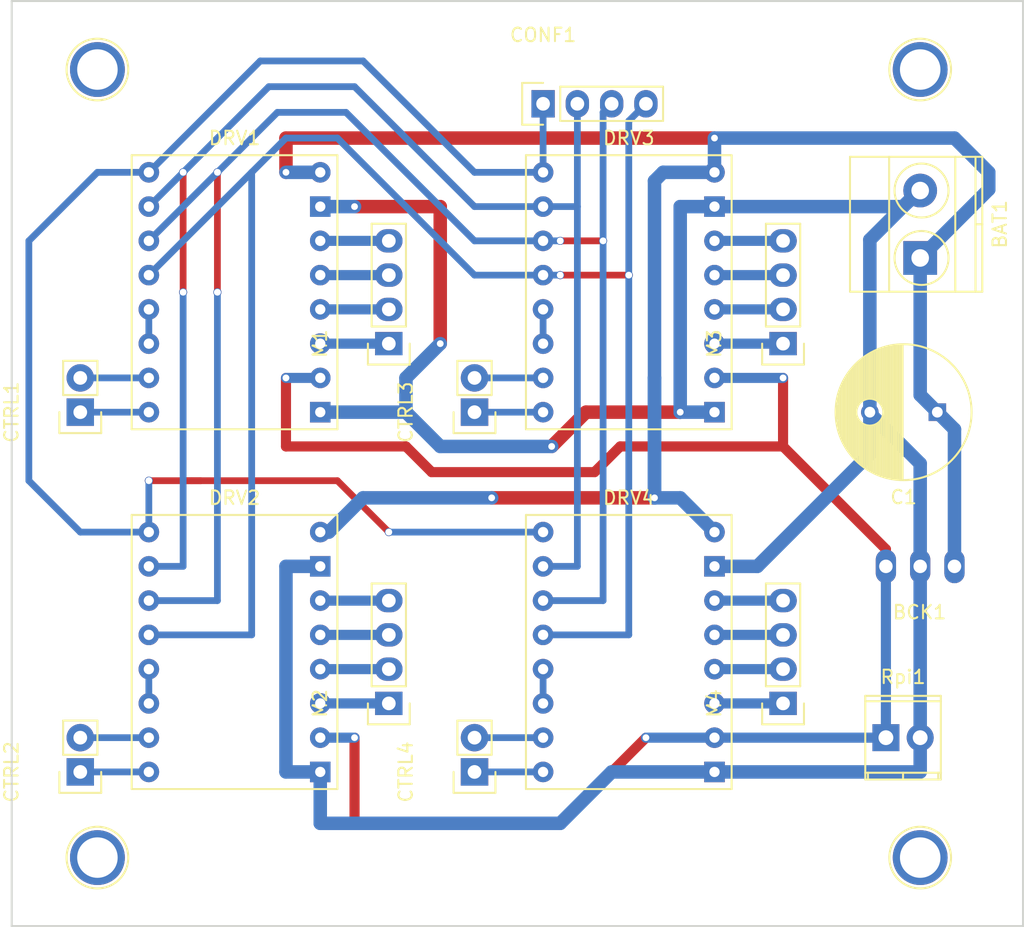
<source format=kicad_pcb>
(kicad_pcb (version 4) (host pcbnew 4.0.5+dfsg1-4)

  (general
    (links 66)
    (no_connects 0)
    (area 85.014999 53.264999 160.095001 121.995001)
    (thickness 1.6)
    (drawings 4)
    (tracks 187)
    (zones 0)
    (modules 21)
    (nets 36)
  )

  (page A4)
  (title_block
    (title "4 stepper drivers")
  )

  (layers
    (0 F.Cu signal)
    (31 B.Cu signal)
    (32 B.Adhes user)
    (33 F.Adhes user)
    (34 B.Paste user)
    (35 F.Paste user)
    (36 B.SilkS user)
    (37 F.SilkS user)
    (38 B.Mask user)
    (39 F.Mask user)
    (40 Dwgs.User user)
    (41 Cmts.User user)
    (42 Eco1.User user)
    (43 Eco2.User user)
    (44 Edge.Cuts user)
    (45 Margin user)
    (46 B.CrtYd user)
    (47 F.CrtYd user)
    (48 B.Fab user)
    (49 F.Fab user)
  )

  (setup
    (last_trace_width 0.5)
    (trace_clearance 0.5)
    (zone_clearance 0.508)
    (zone_45_only no)
    (trace_min 0.2)
    (segment_width 0.2)
    (edge_width 0.15)
    (via_size 0.6)
    (via_drill 0.5)
    (via_min_size 0.4)
    (via_min_drill 0.3)
    (uvia_size 0.3)
    (uvia_drill 0.1)
    (uvias_allowed no)
    (uvia_min_size 0.2)
    (uvia_min_drill 0.1)
    (pcb_text_width 0.3)
    (pcb_text_size 1.5 1.5)
    (mod_edge_width 0.15)
    (mod_text_size 1 1)
    (mod_text_width 0.15)
    (pad_size 4.064 4.064)
    (pad_drill 3)
    (pad_to_mask_clearance 0.2)
    (aux_axis_origin 85.09 121.92)
    (grid_origin 85.09 121.92)
    (visible_elements FFFFFF7F)
    (pcbplotparams
      (layerselection 0x01000_80000001)
      (usegerberextensions false)
      (excludeedgelayer true)
      (linewidth 0.100000)
      (plotframeref false)
      (viasonmask false)
      (mode 1)
      (useauxorigin false)
      (hpglpennumber 1)
      (hpglpenspeed 20)
      (hpglpendiameter 15)
      (hpglpenoverlay 2)
      (psnegative false)
      (psa4output false)
      (plotreference true)
      (plotvalue true)
      (plotinvisibletext false)
      (padsonsilk false)
      (subtractmaskfromsilk false)
      (outputformat 1)
      (mirror false)
      (drillshape 0)
      (scaleselection 1)
      (outputdirectory manufacture/))
  )

  (net 0 "")
  (net 1 "Net-(BAT1-Pad1)")
  (net 2 "Net-(BAT1-Pad2)")
  (net 3 "Net-(BCK1-Pad3)")
  (net 4 /~EN)
  (net 5 /MS1)
  (net 6 /MS2)
  (net 7 /MS3)
  (net 8 "Net-(CTRL1-Pad1)")
  (net 9 "Net-(CTRL1-Pad2)")
  (net 10 "Net-(CTRL2-Pad1)")
  (net 11 "Net-(CTRL2-Pad2)")
  (net 12 "Net-(CTRL3-Pad1)")
  (net 13 "Net-(CTRL3-Pad2)")
  (net 14 "Net-(CTRL4-Pad1)")
  (net 15 "Net-(CTRL4-Pad2)")
  (net 16 "Net-(DRV1-Pad3)")
  (net 17 "Net-(DRV1-Pad4)")
  (net 18 "Net-(DRV1-Pad5)")
  (net 19 "Net-(DRV1-Pad6)")
  (net 20 "Net-(DRV1-Pad13)")
  (net 21 "Net-(DRV2-Pad3)")
  (net 22 "Net-(DRV2-Pad4)")
  (net 23 "Net-(DRV2-Pad5)")
  (net 24 "Net-(DRV2-Pad6)")
  (net 25 "Net-(DRV2-Pad13)")
  (net 26 "Net-(DRV3-Pad3)")
  (net 27 "Net-(DRV3-Pad4)")
  (net 28 "Net-(DRV3-Pad5)")
  (net 29 "Net-(DRV3-Pad6)")
  (net 30 "Net-(DRV3-Pad13)")
  (net 31 "Net-(DRV4-Pad3)")
  (net 32 "Net-(DRV4-Pad4)")
  (net 33 "Net-(DRV4-Pad5)")
  (net 34 "Net-(DRV4-Pad6)")
  (net 35 "Net-(DRV4-Pad13)")

  (net_class Default "This is the default net class."
    (clearance 0.5)
    (trace_width 0.5)
    (via_dia 0.6)
    (via_drill 0.5)
    (uvia_dia 0.3)
    (uvia_drill 0.1)
    (add_net /MS1)
    (add_net /MS2)
    (add_net /MS3)
    (add_net /~EN)
    (add_net "Net-(CTRL1-Pad1)")
    (add_net "Net-(CTRL1-Pad2)")
    (add_net "Net-(CTRL2-Pad1)")
    (add_net "Net-(CTRL2-Pad2)")
    (add_net "Net-(CTRL3-Pad1)")
    (add_net "Net-(CTRL3-Pad2)")
    (add_net "Net-(CTRL4-Pad1)")
    (add_net "Net-(CTRL4-Pad2)")
    (add_net "Net-(DRV1-Pad13)")
    (add_net "Net-(DRV2-Pad13)")
    (add_net "Net-(DRV3-Pad13)")
    (add_net "Net-(DRV4-Pad13)")
  )

  (net_class HighPower ""
    (clearance 0.8)
    (trace_width 1)
    (via_dia 0.6)
    (via_drill 0.5)
    (uvia_dia 0.3)
    (uvia_drill 0.1)
    (add_net "Net-(BAT1-Pad1)")
    (add_net "Net-(BAT1-Pad2)")
  )

  (net_class Power ""
    (clearance 0.8)
    (trace_width 0.75)
    (via_dia 0.6)
    (via_drill 0.5)
    (uvia_dia 0.3)
    (uvia_drill 0.1)
    (add_net "Net-(BCK1-Pad3)")
    (add_net "Net-(DRV1-Pad3)")
    (add_net "Net-(DRV1-Pad4)")
    (add_net "Net-(DRV1-Pad5)")
    (add_net "Net-(DRV1-Pad6)")
    (add_net "Net-(DRV2-Pad3)")
    (add_net "Net-(DRV2-Pad4)")
    (add_net "Net-(DRV2-Pad5)")
    (add_net "Net-(DRV2-Pad6)")
    (add_net "Net-(DRV3-Pad3)")
    (add_net "Net-(DRV3-Pad4)")
    (add_net "Net-(DRV3-Pad5)")
    (add_net "Net-(DRV3-Pad6)")
    (add_net "Net-(DRV4-Pad3)")
    (add_net "Net-(DRV4-Pad4)")
    (add_net "Net-(DRV4-Pad5)")
    (add_net "Net-(DRV4-Pad6)")
  )

  (module myfootprint:Pololu_a4988 (layer F.Cu) (tedit 5971D27B) (tstamp 5977190C)
    (at 130.81 101.6)
    (path /5970947D)
    (fp_text reference DRV4 (at 0 -11.43) (layer F.SilkS)
      (effects (font (size 1 1) (thickness 0.15)))
    )
    (fp_text value POLOLU_A4988 (at 0 -2.54) (layer F.Fab)
      (effects (font (size 1 1) (thickness 0.15)))
    )
    (fp_line (start 7.62 10.16) (end 7.62 -10.16) (layer F.SilkS) (width 0.15))
    (fp_line (start 7.62 -10.16) (end -7.62 -10.16) (layer F.SilkS) (width 0.15))
    (fp_line (start -7.62 -10.16) (end -7.62 10.16) (layer F.SilkS) (width 0.15))
    (fp_line (start -7.62 10.16) (end 7.62 10.16) (layer F.SilkS) (width 0.15))
    (pad 1 thru_hole rect (at 6.35 8.89) (size 1.524 1.524) (drill 0.762) (layers *.Cu *.Mask)
      (net 2 "Net-(BAT1-Pad2)"))
    (pad 2 thru_hole circle (at 6.35 6.35) (size 1.524 1.524) (drill 0.762) (layers *.Cu *.Mask)
      (net 3 "Net-(BCK1-Pad3)"))
    (pad 3 thru_hole circle (at 6.35 3.81) (size 1.524 1.524) (drill 0.762) (layers *.Cu *.Mask)
      (net 31 "Net-(DRV4-Pad3)"))
    (pad 4 thru_hole circle (at 6.35 1.27) (size 1.524 1.524) (drill 0.762) (layers *.Cu *.Mask)
      (net 32 "Net-(DRV4-Pad4)"))
    (pad 5 thru_hole circle (at 6.35 -1.27) (size 1.524 1.524) (drill 0.762) (layers *.Cu *.Mask)
      (net 33 "Net-(DRV4-Pad5)"))
    (pad 6 thru_hole circle (at 6.35 -3.81) (size 1.524 1.524) (drill 0.762) (layers *.Cu *.Mask)
      (net 34 "Net-(DRV4-Pad6)"))
    (pad 7 thru_hole rect (at 6.35 -6.35) (size 1.524 1.524) (drill 0.762) (layers *.Cu *.Mask)
      (net 2 "Net-(BAT1-Pad2)"))
    (pad 8 thru_hole circle (at 6.35 -8.89) (size 1.524 1.524) (drill 0.762) (layers *.Cu *.Mask)
      (net 1 "Net-(BAT1-Pad1)"))
    (pad 9 thru_hole circle (at -6.35 -8.89) (size 1.524 1.524) (drill 0.762) (layers *.Cu *.Mask)
      (net 4 /~EN))
    (pad 10 thru_hole circle (at -6.35 -6.35) (size 1.524 1.524) (drill 0.762) (layers *.Cu *.Mask)
      (net 5 /MS1))
    (pad 11 thru_hole circle (at -6.35 -3.81) (size 1.524 1.524) (drill 0.762) (layers *.Cu *.Mask)
      (net 6 /MS2))
    (pad 12 thru_hole circle (at -6.35 -1.27) (size 1.524 1.524) (drill 0.762) (layers *.Cu *.Mask)
      (net 7 /MS3))
    (pad 13 thru_hole circle (at -6.35 1.27) (size 1.524 1.524) (drill 0.762) (layers *.Cu *.Mask)
      (net 35 "Net-(DRV4-Pad13)"))
    (pad 14 thru_hole circle (at -6.35 3.81) (size 1.524 1.524) (drill 0.762) (layers *.Cu *.Mask)
      (net 35 "Net-(DRV4-Pad13)"))
    (pad 15 thru_hole circle (at -6.35 6.35) (size 1.524 1.524) (drill 0.762) (layers *.Cu *.Mask)
      (net 15 "Net-(CTRL4-Pad2)"))
    (pad 16 thru_hole circle (at -6.35 8.89) (size 1.524 1.524) (drill 0.762) (layers *.Cu *.Mask)
      (net 14 "Net-(CTRL4-Pad1)"))
    (model ${KIPRJMOD}/resources/driver.wrl
      (at (xyz -0.3 -0.4 0.2))
      (scale (xyz 0.393701 0.393701 0.393701))
      (rotate (xyz 0 0 0))
    )
  )

  (module myfootprint:Pololu_a4988 (layer F.Cu) (tedit 5971D27B) (tstamp 597718DC)
    (at 101.6 101.6)
    (path /597092EB)
    (fp_text reference DRV2 (at 0 -11.43) (layer F.SilkS)
      (effects (font (size 1 1) (thickness 0.15)))
    )
    (fp_text value POLOLU_A4988 (at 0 -2.54) (layer F.Fab)
      (effects (font (size 1 1) (thickness 0.15)))
    )
    (fp_line (start 7.62 10.16) (end 7.62 -10.16) (layer F.SilkS) (width 0.15))
    (fp_line (start 7.62 -10.16) (end -7.62 -10.16) (layer F.SilkS) (width 0.15))
    (fp_line (start -7.62 -10.16) (end -7.62 10.16) (layer F.SilkS) (width 0.15))
    (fp_line (start -7.62 10.16) (end 7.62 10.16) (layer F.SilkS) (width 0.15))
    (pad 1 thru_hole rect (at 6.35 8.89) (size 1.524 1.524) (drill 0.762) (layers *.Cu *.Mask)
      (net 2 "Net-(BAT1-Pad2)"))
    (pad 2 thru_hole circle (at 6.35 6.35) (size 1.524 1.524) (drill 0.762) (layers *.Cu *.Mask)
      (net 3 "Net-(BCK1-Pad3)"))
    (pad 3 thru_hole circle (at 6.35 3.81) (size 1.524 1.524) (drill 0.762) (layers *.Cu *.Mask)
      (net 21 "Net-(DRV2-Pad3)"))
    (pad 4 thru_hole circle (at 6.35 1.27) (size 1.524 1.524) (drill 0.762) (layers *.Cu *.Mask)
      (net 22 "Net-(DRV2-Pad4)"))
    (pad 5 thru_hole circle (at 6.35 -1.27) (size 1.524 1.524) (drill 0.762) (layers *.Cu *.Mask)
      (net 23 "Net-(DRV2-Pad5)"))
    (pad 6 thru_hole circle (at 6.35 -3.81) (size 1.524 1.524) (drill 0.762) (layers *.Cu *.Mask)
      (net 24 "Net-(DRV2-Pad6)"))
    (pad 7 thru_hole rect (at 6.35 -6.35) (size 1.524 1.524) (drill 0.762) (layers *.Cu *.Mask)
      (net 2 "Net-(BAT1-Pad2)"))
    (pad 8 thru_hole circle (at 6.35 -8.89) (size 1.524 1.524) (drill 0.762) (layers *.Cu *.Mask)
      (net 1 "Net-(BAT1-Pad1)"))
    (pad 9 thru_hole circle (at -6.35 -8.89) (size 1.524 1.524) (drill 0.762) (layers *.Cu *.Mask)
      (net 4 /~EN))
    (pad 10 thru_hole circle (at -6.35 -6.35) (size 1.524 1.524) (drill 0.762) (layers *.Cu *.Mask)
      (net 5 /MS1))
    (pad 11 thru_hole circle (at -6.35 -3.81) (size 1.524 1.524) (drill 0.762) (layers *.Cu *.Mask)
      (net 6 /MS2))
    (pad 12 thru_hole circle (at -6.35 -1.27) (size 1.524 1.524) (drill 0.762) (layers *.Cu *.Mask)
      (net 7 /MS3))
    (pad 13 thru_hole circle (at -6.35 1.27) (size 1.524 1.524) (drill 0.762) (layers *.Cu *.Mask)
      (net 25 "Net-(DRV2-Pad13)"))
    (pad 14 thru_hole circle (at -6.35 3.81) (size 1.524 1.524) (drill 0.762) (layers *.Cu *.Mask)
      (net 25 "Net-(DRV2-Pad13)"))
    (pad 15 thru_hole circle (at -6.35 6.35) (size 1.524 1.524) (drill 0.762) (layers *.Cu *.Mask)
      (net 11 "Net-(CTRL2-Pad2)"))
    (pad 16 thru_hole circle (at -6.35 8.89) (size 1.524 1.524) (drill 0.762) (layers *.Cu *.Mask)
      (net 10 "Net-(CTRL2-Pad1)"))
    (model ${KIPRJMOD}/resources/driver.wrl
      (at (xyz -0.3 -0.4 0.2))
      (scale (xyz 0.393701 0.393701 0.393701))
      (rotate (xyz 0 0 0))
    )
  )

  (module myfootprint:Pololu_a4988 (layer F.Cu) (tedit 5971D27B) (tstamp 597718C4)
    (at 101.6 74.93)
    (path /5970925C)
    (fp_text reference DRV1 (at 0 -11.43) (layer F.SilkS)
      (effects (font (size 1 1) (thickness 0.15)))
    )
    (fp_text value POLOLU_A4988 (at 0 -2.54) (layer F.Fab)
      (effects (font (size 1 1) (thickness 0.15)))
    )
    (fp_line (start 7.62 10.16) (end 7.62 -10.16) (layer F.SilkS) (width 0.15))
    (fp_line (start 7.62 -10.16) (end -7.62 -10.16) (layer F.SilkS) (width 0.15))
    (fp_line (start -7.62 -10.16) (end -7.62 10.16) (layer F.SilkS) (width 0.15))
    (fp_line (start -7.62 10.16) (end 7.62 10.16) (layer F.SilkS) (width 0.15))
    (pad 1 thru_hole rect (at 6.35 8.89) (size 1.524 1.524) (drill 0.762) (layers *.Cu *.Mask)
      (net 2 "Net-(BAT1-Pad2)"))
    (pad 2 thru_hole circle (at 6.35 6.35) (size 1.524 1.524) (drill 0.762) (layers *.Cu *.Mask)
      (net 3 "Net-(BCK1-Pad3)"))
    (pad 3 thru_hole circle (at 6.35 3.81) (size 1.524 1.524) (drill 0.762) (layers *.Cu *.Mask)
      (net 16 "Net-(DRV1-Pad3)"))
    (pad 4 thru_hole circle (at 6.35 1.27) (size 1.524 1.524) (drill 0.762) (layers *.Cu *.Mask)
      (net 17 "Net-(DRV1-Pad4)"))
    (pad 5 thru_hole circle (at 6.35 -1.27) (size 1.524 1.524) (drill 0.762) (layers *.Cu *.Mask)
      (net 18 "Net-(DRV1-Pad5)"))
    (pad 6 thru_hole circle (at 6.35 -3.81) (size 1.524 1.524) (drill 0.762) (layers *.Cu *.Mask)
      (net 19 "Net-(DRV1-Pad6)"))
    (pad 7 thru_hole rect (at 6.35 -6.35) (size 1.524 1.524) (drill 0.762) (layers *.Cu *.Mask)
      (net 2 "Net-(BAT1-Pad2)"))
    (pad 8 thru_hole circle (at 6.35 -8.89) (size 1.524 1.524) (drill 0.762) (layers *.Cu *.Mask)
      (net 1 "Net-(BAT1-Pad1)"))
    (pad 9 thru_hole circle (at -6.35 -8.89) (size 1.524 1.524) (drill 0.762) (layers *.Cu *.Mask)
      (net 4 /~EN))
    (pad 10 thru_hole circle (at -6.35 -6.35) (size 1.524 1.524) (drill 0.762) (layers *.Cu *.Mask)
      (net 5 /MS1))
    (pad 11 thru_hole circle (at -6.35 -3.81) (size 1.524 1.524) (drill 0.762) (layers *.Cu *.Mask)
      (net 6 /MS2))
    (pad 12 thru_hole circle (at -6.35 -1.27) (size 1.524 1.524) (drill 0.762) (layers *.Cu *.Mask)
      (net 7 /MS3))
    (pad 13 thru_hole circle (at -6.35 1.27) (size 1.524 1.524) (drill 0.762) (layers *.Cu *.Mask)
      (net 20 "Net-(DRV1-Pad13)"))
    (pad 14 thru_hole circle (at -6.35 3.81) (size 1.524 1.524) (drill 0.762) (layers *.Cu *.Mask)
      (net 20 "Net-(DRV1-Pad13)"))
    (pad 15 thru_hole circle (at -6.35 6.35) (size 1.524 1.524) (drill 0.762) (layers *.Cu *.Mask)
      (net 9 "Net-(CTRL1-Pad2)"))
    (pad 16 thru_hole circle (at -6.35 8.89) (size 1.524 1.524) (drill 0.762) (layers *.Cu *.Mask)
      (net 8 "Net-(CTRL1-Pad1)"))
    (model ${KIPRJMOD}/resources/driver.wrl
      (at (xyz -0.3 -0.4 0.2))
      (scale (xyz 0.393701 0.393701 0.393701))
      (rotate (xyz 0 0 0))
    )
  )

  (module Terminal_Blocks:TerminalBlock_Pheonix_MKDS1.5-2pol (layer F.Cu) (tedit 563007E4) (tstamp 59771813)
    (at 152.4 72.39 90)
    (descr "2-way 5mm pitch terminal block, Phoenix MKDS series")
    (path /5971BFDB)
    (fp_text reference BAT1 (at 2.5 5.9 90) (layer F.SilkS)
      (effects (font (size 1 1) (thickness 0.15)))
    )
    (fp_text value Battery_Terminal (at 2.5 -6.6 90) (layer F.Fab)
      (effects (font (size 1 1) (thickness 0.15)))
    )
    (fp_line (start -2.7 -5.4) (end 7.7 -5.4) (layer F.CrtYd) (width 0.05))
    (fp_line (start -2.7 4.8) (end -2.7 -5.4) (layer F.CrtYd) (width 0.05))
    (fp_line (start 7.7 4.8) (end -2.7 4.8) (layer F.CrtYd) (width 0.05))
    (fp_line (start 7.7 -5.4) (end 7.7 4.8) (layer F.CrtYd) (width 0.05))
    (fp_line (start 2.5 4.1) (end 2.5 4.6) (layer F.SilkS) (width 0.15))
    (fp_circle (center 5 0.1) (end 3 0.1) (layer F.SilkS) (width 0.15))
    (fp_circle (center 0 0.1) (end 2 0.1) (layer F.SilkS) (width 0.15))
    (fp_line (start -2.5 2.6) (end 7.5 2.6) (layer F.SilkS) (width 0.15))
    (fp_line (start -2.5 -2.3) (end 7.5 -2.3) (layer F.SilkS) (width 0.15))
    (fp_line (start -2.5 4.1) (end 7.5 4.1) (layer F.SilkS) (width 0.15))
    (fp_line (start -2.5 4.6) (end 7.5 4.6) (layer F.SilkS) (width 0.15))
    (fp_line (start 7.5 4.6) (end 7.5 -5.2) (layer F.SilkS) (width 0.15))
    (fp_line (start 7.5 -5.2) (end -2.5 -5.2) (layer F.SilkS) (width 0.15))
    (fp_line (start -2.5 -5.2) (end -2.5 4.6) (layer F.SilkS) (width 0.15))
    (pad 1 thru_hole rect (at 0 0 90) (size 2.5 2.5) (drill 1.3) (layers *.Cu *.Mask)
      (net 1 "Net-(BAT1-Pad1)"))
    (pad 2 thru_hole circle (at 5 0 90) (size 2.5 2.5) (drill 1.3) (layers *.Cu *.Mask)
      (net 2 "Net-(BAT1-Pad2)"))
    (model Terminal_Blocks.3dshapes/TerminalBlock_Pheonix_MKDS1.5-2pol.wrl
      (at (xyz 0.0984 0 0))
      (scale (xyz 1 1 1))
      (rotate (xyz 0 0 0))
    )
  )

  (module TO_SOT_Packages_THT:TO-220_Neutral123_PadsOnly (layer F.Cu) (tedit 0) (tstamp 5977181A)
    (at 152.4 95.25 180)
    (path /5970A1D1)
    (fp_text reference BCK1 (at 0.0508 -3.40106 180) (layer F.SilkS)
      (effects (font (size 1 1) (thickness 0.15)))
    )
    (fp_text value TSR_1-2450 (at -0.20066 3.2512 180) (layer F.Fab)
      (effects (font (size 1 1) (thickness 0.15)))
    )
    (pad 2 thru_hole oval (at 0 0 270) (size 2.49936 1.50114) (drill 1.00076) (layers *.Cu *.Mask)
      (net 2 "Net-(BAT1-Pad2)"))
    (pad 1 thru_hole oval (at -2.54 0 270) (size 2.49936 1.50114) (drill 1.00076) (layers *.Cu *.Mask)
      (net 1 "Net-(BAT1-Pad1)"))
    (pad 3 thru_hole oval (at 2.54 0 270) (size 2.49936 1.50114) (drill 1.00076) (layers *.Cu *.Mask)
      (net 3 "Net-(BCK1-Pad3)"))
    (model TO_SOT_Packages_THT.3dshapes/TO-220_Neutral123_PadsOnly.wrl
      (at (xyz 0 0 0))
      (scale (xyz 0.3937 0.3937 0.3937))
      (rotate (xyz 0 0 0))
    )
  )

  (module Capacitors_ThroughHole:C_Radial_D10_L16_P5 (layer F.Cu) (tedit 0) (tstamp 59771855)
    (at 153.67 83.82 180)
    (descr "Radial Electrolytic Capacitor 10mm x Length 16mm, Pitch 5mm")
    (tags "Electrolytic Capacitor")
    (path /5971CB44)
    (fp_text reference C1 (at 2.5 -6.3 180) (layer F.SilkS)
      (effects (font (size 1 1) (thickness 0.15)))
    )
    (fp_text value "> 47 µF" (at 2.5 6.3 180) (layer F.Fab)
      (effects (font (size 1 1) (thickness 0.15)))
    )
    (fp_line (start 2.575 -4.999) (end 2.575 4.999) (layer F.SilkS) (width 0.15))
    (fp_line (start 2.715 -4.995) (end 2.715 4.995) (layer F.SilkS) (width 0.15))
    (fp_line (start 2.855 -4.987) (end 2.855 4.987) (layer F.SilkS) (width 0.15))
    (fp_line (start 2.995 -4.975) (end 2.995 4.975) (layer F.SilkS) (width 0.15))
    (fp_line (start 3.135 -4.96) (end 3.135 4.96) (layer F.SilkS) (width 0.15))
    (fp_line (start 3.275 -4.94) (end 3.275 4.94) (layer F.SilkS) (width 0.15))
    (fp_line (start 3.415 -4.916) (end 3.415 4.916) (layer F.SilkS) (width 0.15))
    (fp_line (start 3.555 -4.887) (end 3.555 4.887) (layer F.SilkS) (width 0.15))
    (fp_line (start 3.695 -4.855) (end 3.695 4.855) (layer F.SilkS) (width 0.15))
    (fp_line (start 3.835 -4.818) (end 3.835 4.818) (layer F.SilkS) (width 0.15))
    (fp_line (start 3.975 -4.777) (end 3.975 4.777) (layer F.SilkS) (width 0.15))
    (fp_line (start 4.115 -4.732) (end 4.115 -0.466) (layer F.SilkS) (width 0.15))
    (fp_line (start 4.115 0.466) (end 4.115 4.732) (layer F.SilkS) (width 0.15))
    (fp_line (start 4.255 -4.682) (end 4.255 -0.667) (layer F.SilkS) (width 0.15))
    (fp_line (start 4.255 0.667) (end 4.255 4.682) (layer F.SilkS) (width 0.15))
    (fp_line (start 4.395 -4.627) (end 4.395 -0.796) (layer F.SilkS) (width 0.15))
    (fp_line (start 4.395 0.796) (end 4.395 4.627) (layer F.SilkS) (width 0.15))
    (fp_line (start 4.535 -4.567) (end 4.535 -0.885) (layer F.SilkS) (width 0.15))
    (fp_line (start 4.535 0.885) (end 4.535 4.567) (layer F.SilkS) (width 0.15))
    (fp_line (start 4.675 -4.502) (end 4.675 -0.946) (layer F.SilkS) (width 0.15))
    (fp_line (start 4.675 0.946) (end 4.675 4.502) (layer F.SilkS) (width 0.15))
    (fp_line (start 4.815 -4.432) (end 4.815 -0.983) (layer F.SilkS) (width 0.15))
    (fp_line (start 4.815 0.983) (end 4.815 4.432) (layer F.SilkS) (width 0.15))
    (fp_line (start 4.955 -4.356) (end 4.955 -0.999) (layer F.SilkS) (width 0.15))
    (fp_line (start 4.955 0.999) (end 4.955 4.356) (layer F.SilkS) (width 0.15))
    (fp_line (start 5.095 -4.274) (end 5.095 -0.995) (layer F.SilkS) (width 0.15))
    (fp_line (start 5.095 0.995) (end 5.095 4.274) (layer F.SilkS) (width 0.15))
    (fp_line (start 5.235 -4.186) (end 5.235 -0.972) (layer F.SilkS) (width 0.15))
    (fp_line (start 5.235 0.972) (end 5.235 4.186) (layer F.SilkS) (width 0.15))
    (fp_line (start 5.375 -4.091) (end 5.375 -0.927) (layer F.SilkS) (width 0.15))
    (fp_line (start 5.375 0.927) (end 5.375 4.091) (layer F.SilkS) (width 0.15))
    (fp_line (start 5.515 -3.989) (end 5.515 -0.857) (layer F.SilkS) (width 0.15))
    (fp_line (start 5.515 0.857) (end 5.515 3.989) (layer F.SilkS) (width 0.15))
    (fp_line (start 5.655 -3.879) (end 5.655 -0.756) (layer F.SilkS) (width 0.15))
    (fp_line (start 5.655 0.756) (end 5.655 3.879) (layer F.SilkS) (width 0.15))
    (fp_line (start 5.795 -3.761) (end 5.795 -0.607) (layer F.SilkS) (width 0.15))
    (fp_line (start 5.795 0.607) (end 5.795 3.761) (layer F.SilkS) (width 0.15))
    (fp_line (start 5.935 -3.633) (end 5.935 -0.355) (layer F.SilkS) (width 0.15))
    (fp_line (start 5.935 0.355) (end 5.935 3.633) (layer F.SilkS) (width 0.15))
    (fp_line (start 6.075 -3.496) (end 6.075 3.496) (layer F.SilkS) (width 0.15))
    (fp_line (start 6.215 -3.346) (end 6.215 3.346) (layer F.SilkS) (width 0.15))
    (fp_line (start 6.355 -3.184) (end 6.355 3.184) (layer F.SilkS) (width 0.15))
    (fp_line (start 6.495 -3.007) (end 6.495 3.007) (layer F.SilkS) (width 0.15))
    (fp_line (start 6.635 -2.811) (end 6.635 2.811) (layer F.SilkS) (width 0.15))
    (fp_line (start 6.775 -2.593) (end 6.775 2.593) (layer F.SilkS) (width 0.15))
    (fp_line (start 6.915 -2.347) (end 6.915 2.347) (layer F.SilkS) (width 0.15))
    (fp_line (start 7.055 -2.062) (end 7.055 2.062) (layer F.SilkS) (width 0.15))
    (fp_line (start 7.195 -1.72) (end 7.195 1.72) (layer F.SilkS) (width 0.15))
    (fp_line (start 7.335 -1.274) (end 7.335 1.274) (layer F.SilkS) (width 0.15))
    (fp_line (start 7.475 -0.499) (end 7.475 0.499) (layer F.SilkS) (width 0.15))
    (fp_circle (center 5 0) (end 5 -1) (layer F.SilkS) (width 0.15))
    (fp_circle (center 2.5 0) (end 2.5 -5.0375) (layer F.SilkS) (width 0.15))
    (fp_circle (center 2.5 0) (end 2.5 -5.3) (layer F.CrtYd) (width 0.05))
    (pad 1 thru_hole rect (at 0 0 180) (size 1.3 1.3) (drill 0.8) (layers *.Cu *.Mask)
      (net 1 "Net-(BAT1-Pad1)"))
    (pad 2 thru_hole circle (at 5 0 180) (size 1.3 1.3) (drill 0.8) (layers *.Cu *.Mask)
      (net 2 "Net-(BAT1-Pad2)"))
    (model Capacitors_ThroughHole.3dshapes/C_Radial_D10_L16_P5.wrl
      (at (xyz 0.0984252 0 0))
      (scale (xyz 1 1 1))
      (rotate (xyz 0 0 90))
    )
  )

  (module Socket_Strips:Socket_Strip_Straight_1x04 (layer F.Cu) (tedit 0) (tstamp 59771868)
    (at 124.46 60.96)
    (descr "Through hole socket strip")
    (tags "socket strip")
    (path /5970E7E5)
    (fp_text reference CONF1 (at 0 -5.1) (layer F.SilkS)
      (effects (font (size 1 1) (thickness 0.15)))
    )
    (fp_text value CONN_01X04 (at 0 -3.1) (layer F.Fab)
      (effects (font (size 1 1) (thickness 0.15)))
    )
    (fp_line (start -1.75 -1.75) (end -1.75 1.75) (layer F.CrtYd) (width 0.05))
    (fp_line (start 9.4 -1.75) (end 9.4 1.75) (layer F.CrtYd) (width 0.05))
    (fp_line (start -1.75 -1.75) (end 9.4 -1.75) (layer F.CrtYd) (width 0.05))
    (fp_line (start -1.75 1.75) (end 9.4 1.75) (layer F.CrtYd) (width 0.05))
    (fp_line (start 1.27 -1.27) (end 8.89 -1.27) (layer F.SilkS) (width 0.15))
    (fp_line (start 1.27 1.27) (end 8.89 1.27) (layer F.SilkS) (width 0.15))
    (fp_line (start -1.55 1.55) (end 0 1.55) (layer F.SilkS) (width 0.15))
    (fp_line (start 8.89 -1.27) (end 8.89 1.27) (layer F.SilkS) (width 0.15))
    (fp_line (start 1.27 1.27) (end 1.27 -1.27) (layer F.SilkS) (width 0.15))
    (fp_line (start 0 -1.55) (end -1.55 -1.55) (layer F.SilkS) (width 0.15))
    (fp_line (start -1.55 -1.55) (end -1.55 1.55) (layer F.SilkS) (width 0.15))
    (pad 1 thru_hole rect (at 0 0) (size 1.7272 2.032) (drill 1.016) (layers *.Cu *.Mask)
      (net 4 /~EN))
    (pad 2 thru_hole oval (at 2.54 0) (size 1.7272 2.032) (drill 1.016) (layers *.Cu *.Mask)
      (net 5 /MS1))
    (pad 3 thru_hole oval (at 5.08 0) (size 1.7272 2.032) (drill 1.016) (layers *.Cu *.Mask)
      (net 6 /MS2))
    (pad 4 thru_hole oval (at 7.62 0) (size 1.7272 2.032) (drill 1.016) (layers *.Cu *.Mask)
      (net 7 /MS3))
    (model Socket_Strips.3dshapes/Socket_Strip_Straight_1x04.wrl
      (at (xyz 0.15 0 0))
      (scale (xyz 1 1 1))
      (rotate (xyz 0 0 180))
    )
  )

  (module Socket_Strips:Socket_Strip_Straight_1x02 (layer F.Cu) (tedit 54E9F75E) (tstamp 59771879)
    (at 90.17 83.82 90)
    (descr "Through hole socket strip")
    (tags "socket strip")
    (path /5970DC96)
    (fp_text reference CTRL1 (at 0 -5.1 90) (layer F.SilkS)
      (effects (font (size 1 1) (thickness 0.15)))
    )
    (fp_text value CONN_01X02 (at 0 -3.1 90) (layer F.Fab)
      (effects (font (size 1 1) (thickness 0.15)))
    )
    (fp_line (start -1.55 1.55) (end 0 1.55) (layer F.SilkS) (width 0.15))
    (fp_line (start 3.81 1.27) (end 1.27 1.27) (layer F.SilkS) (width 0.15))
    (fp_line (start -1.75 -1.75) (end -1.75 1.75) (layer F.CrtYd) (width 0.05))
    (fp_line (start 4.3 -1.75) (end 4.3 1.75) (layer F.CrtYd) (width 0.05))
    (fp_line (start -1.75 -1.75) (end 4.3 -1.75) (layer F.CrtYd) (width 0.05))
    (fp_line (start -1.75 1.75) (end 4.3 1.75) (layer F.CrtYd) (width 0.05))
    (fp_line (start 1.27 1.27) (end 1.27 -1.27) (layer F.SilkS) (width 0.15))
    (fp_line (start 0 -1.55) (end -1.55 -1.55) (layer F.SilkS) (width 0.15))
    (fp_line (start -1.55 -1.55) (end -1.55 1.55) (layer F.SilkS) (width 0.15))
    (fp_line (start 1.27 -1.27) (end 3.81 -1.27) (layer F.SilkS) (width 0.15))
    (fp_line (start 3.81 -1.27) (end 3.81 1.27) (layer F.SilkS) (width 0.15))
    (pad 1 thru_hole rect (at 0 0 90) (size 2.032 2.032) (drill 1.016) (layers *.Cu *.Mask)
      (net 8 "Net-(CTRL1-Pad1)"))
    (pad 2 thru_hole oval (at 2.54 0 90) (size 2.032 2.032) (drill 1.016) (layers *.Cu *.Mask)
      (net 9 "Net-(CTRL1-Pad2)"))
    (model Socket_Strips.3dshapes/Socket_Strip_Straight_1x02.wrl
      (at (xyz 0.05 0 0))
      (scale (xyz 1 1 1))
      (rotate (xyz 0 0 180))
    )
  )

  (module Socket_Strips:Socket_Strip_Straight_1x02 (layer F.Cu) (tedit 54E9F75E) (tstamp 5977188A)
    (at 90.17 110.49 90)
    (descr "Through hole socket strip")
    (tags "socket strip")
    (path /5970DDC5)
    (fp_text reference CTRL2 (at 0 -5.1 90) (layer F.SilkS)
      (effects (font (size 1 1) (thickness 0.15)))
    )
    (fp_text value CONN_01X02 (at 0 -3.1 90) (layer F.Fab)
      (effects (font (size 1 1) (thickness 0.15)))
    )
    (fp_line (start -1.55 1.55) (end 0 1.55) (layer F.SilkS) (width 0.15))
    (fp_line (start 3.81 1.27) (end 1.27 1.27) (layer F.SilkS) (width 0.15))
    (fp_line (start -1.75 -1.75) (end -1.75 1.75) (layer F.CrtYd) (width 0.05))
    (fp_line (start 4.3 -1.75) (end 4.3 1.75) (layer F.CrtYd) (width 0.05))
    (fp_line (start -1.75 -1.75) (end 4.3 -1.75) (layer F.CrtYd) (width 0.05))
    (fp_line (start -1.75 1.75) (end 4.3 1.75) (layer F.CrtYd) (width 0.05))
    (fp_line (start 1.27 1.27) (end 1.27 -1.27) (layer F.SilkS) (width 0.15))
    (fp_line (start 0 -1.55) (end -1.55 -1.55) (layer F.SilkS) (width 0.15))
    (fp_line (start -1.55 -1.55) (end -1.55 1.55) (layer F.SilkS) (width 0.15))
    (fp_line (start 1.27 -1.27) (end 3.81 -1.27) (layer F.SilkS) (width 0.15))
    (fp_line (start 3.81 -1.27) (end 3.81 1.27) (layer F.SilkS) (width 0.15))
    (pad 1 thru_hole rect (at 0 0 90) (size 2.032 2.032) (drill 1.016) (layers *.Cu *.Mask)
      (net 10 "Net-(CTRL2-Pad1)"))
    (pad 2 thru_hole oval (at 2.54 0 90) (size 2.032 2.032) (drill 1.016) (layers *.Cu *.Mask)
      (net 11 "Net-(CTRL2-Pad2)"))
    (model Socket_Strips.3dshapes/Socket_Strip_Straight_1x02.wrl
      (at (xyz 0.05 0 0))
      (scale (xyz 1 1 1))
      (rotate (xyz 0 0 180))
    )
  )

  (module Socket_Strips:Socket_Strip_Straight_1x02 (layer F.Cu) (tedit 54E9F75E) (tstamp 5977189B)
    (at 119.38 83.82 90)
    (descr "Through hole socket strip")
    (tags "socket strip")
    (path /5970DE2E)
    (fp_text reference CTRL3 (at 0 -5.1 90) (layer F.SilkS)
      (effects (font (size 1 1) (thickness 0.15)))
    )
    (fp_text value CONN_01X02 (at 0 -3.1 90) (layer F.Fab)
      (effects (font (size 1 1) (thickness 0.15)))
    )
    (fp_line (start -1.55 1.55) (end 0 1.55) (layer F.SilkS) (width 0.15))
    (fp_line (start 3.81 1.27) (end 1.27 1.27) (layer F.SilkS) (width 0.15))
    (fp_line (start -1.75 -1.75) (end -1.75 1.75) (layer F.CrtYd) (width 0.05))
    (fp_line (start 4.3 -1.75) (end 4.3 1.75) (layer F.CrtYd) (width 0.05))
    (fp_line (start -1.75 -1.75) (end 4.3 -1.75) (layer F.CrtYd) (width 0.05))
    (fp_line (start -1.75 1.75) (end 4.3 1.75) (layer F.CrtYd) (width 0.05))
    (fp_line (start 1.27 1.27) (end 1.27 -1.27) (layer F.SilkS) (width 0.15))
    (fp_line (start 0 -1.55) (end -1.55 -1.55) (layer F.SilkS) (width 0.15))
    (fp_line (start -1.55 -1.55) (end -1.55 1.55) (layer F.SilkS) (width 0.15))
    (fp_line (start 1.27 -1.27) (end 3.81 -1.27) (layer F.SilkS) (width 0.15))
    (fp_line (start 3.81 -1.27) (end 3.81 1.27) (layer F.SilkS) (width 0.15))
    (pad 1 thru_hole rect (at 0 0 90) (size 2.032 2.032) (drill 1.016) (layers *.Cu *.Mask)
      (net 12 "Net-(CTRL3-Pad1)"))
    (pad 2 thru_hole oval (at 2.54 0 90) (size 2.032 2.032) (drill 1.016) (layers *.Cu *.Mask)
      (net 13 "Net-(CTRL3-Pad2)"))
    (model Socket_Strips.3dshapes/Socket_Strip_Straight_1x02.wrl
      (at (xyz 0.05 0 0))
      (scale (xyz 1 1 1))
      (rotate (xyz 0 0 180))
    )
  )

  (module Socket_Strips:Socket_Strip_Straight_1x02 (layer F.Cu) (tedit 54E9F75E) (tstamp 597718AC)
    (at 119.38 110.49 90)
    (descr "Through hole socket strip")
    (tags "socket strip")
    (path /5970DFEB)
    (fp_text reference CTRL4 (at 0 -5.1 90) (layer F.SilkS)
      (effects (font (size 1 1) (thickness 0.15)))
    )
    (fp_text value CONN_01X02 (at 0 -3.1 90) (layer F.Fab)
      (effects (font (size 1 1) (thickness 0.15)))
    )
    (fp_line (start -1.55 1.55) (end 0 1.55) (layer F.SilkS) (width 0.15))
    (fp_line (start 3.81 1.27) (end 1.27 1.27) (layer F.SilkS) (width 0.15))
    (fp_line (start -1.75 -1.75) (end -1.75 1.75) (layer F.CrtYd) (width 0.05))
    (fp_line (start 4.3 -1.75) (end 4.3 1.75) (layer F.CrtYd) (width 0.05))
    (fp_line (start -1.75 -1.75) (end 4.3 -1.75) (layer F.CrtYd) (width 0.05))
    (fp_line (start -1.75 1.75) (end 4.3 1.75) (layer F.CrtYd) (width 0.05))
    (fp_line (start 1.27 1.27) (end 1.27 -1.27) (layer F.SilkS) (width 0.15))
    (fp_line (start 0 -1.55) (end -1.55 -1.55) (layer F.SilkS) (width 0.15))
    (fp_line (start -1.55 -1.55) (end -1.55 1.55) (layer F.SilkS) (width 0.15))
    (fp_line (start 1.27 -1.27) (end 3.81 -1.27) (layer F.SilkS) (width 0.15))
    (fp_line (start 3.81 -1.27) (end 3.81 1.27) (layer F.SilkS) (width 0.15))
    (pad 1 thru_hole rect (at 0 0 90) (size 2.032 2.032) (drill 1.016) (layers *.Cu *.Mask)
      (net 14 "Net-(CTRL4-Pad1)"))
    (pad 2 thru_hole oval (at 2.54 0 90) (size 2.032 2.032) (drill 1.016) (layers *.Cu *.Mask)
      (net 15 "Net-(CTRL4-Pad2)"))
    (model Socket_Strips.3dshapes/Socket_Strip_Straight_1x02.wrl
      (at (xyz 0.05 0 0))
      (scale (xyz 1 1 1))
      (rotate (xyz 0 0 180))
    )
  )

  (module myfootprint:Pololu_a4988 (layer F.Cu) (tedit 5971D27B) (tstamp 597718F4)
    (at 130.81 74.93)
    (path /59709408)
    (fp_text reference DRV3 (at 0 -11.43) (layer F.SilkS)
      (effects (font (size 1 1) (thickness 0.15)))
    )
    (fp_text value POLOLU_A4988 (at 0 -2.54) (layer F.Fab)
      (effects (font (size 1 1) (thickness 0.15)))
    )
    (fp_line (start 7.62 10.16) (end 7.62 -10.16) (layer F.SilkS) (width 0.15))
    (fp_line (start 7.62 -10.16) (end -7.62 -10.16) (layer F.SilkS) (width 0.15))
    (fp_line (start -7.62 -10.16) (end -7.62 10.16) (layer F.SilkS) (width 0.15))
    (fp_line (start -7.62 10.16) (end 7.62 10.16) (layer F.SilkS) (width 0.15))
    (pad 1 thru_hole rect (at 6.35 8.89) (size 1.524 1.524) (drill 0.762) (layers *.Cu *.Mask)
      (net 2 "Net-(BAT1-Pad2)"))
    (pad 2 thru_hole circle (at 6.35 6.35) (size 1.524 1.524) (drill 0.762) (layers *.Cu *.Mask)
      (net 3 "Net-(BCK1-Pad3)"))
    (pad 3 thru_hole circle (at 6.35 3.81) (size 1.524 1.524) (drill 0.762) (layers *.Cu *.Mask)
      (net 26 "Net-(DRV3-Pad3)"))
    (pad 4 thru_hole circle (at 6.35 1.27) (size 1.524 1.524) (drill 0.762) (layers *.Cu *.Mask)
      (net 27 "Net-(DRV3-Pad4)"))
    (pad 5 thru_hole circle (at 6.35 -1.27) (size 1.524 1.524) (drill 0.762) (layers *.Cu *.Mask)
      (net 28 "Net-(DRV3-Pad5)"))
    (pad 6 thru_hole circle (at 6.35 -3.81) (size 1.524 1.524) (drill 0.762) (layers *.Cu *.Mask)
      (net 29 "Net-(DRV3-Pad6)"))
    (pad 7 thru_hole rect (at 6.35 -6.35) (size 1.524 1.524) (drill 0.762) (layers *.Cu *.Mask)
      (net 2 "Net-(BAT1-Pad2)"))
    (pad 8 thru_hole circle (at 6.35 -8.89) (size 1.524 1.524) (drill 0.762) (layers *.Cu *.Mask)
      (net 1 "Net-(BAT1-Pad1)"))
    (pad 9 thru_hole circle (at -6.35 -8.89) (size 1.524 1.524) (drill 0.762) (layers *.Cu *.Mask)
      (net 4 /~EN))
    (pad 10 thru_hole circle (at -6.35 -6.35) (size 1.524 1.524) (drill 0.762) (layers *.Cu *.Mask)
      (net 5 /MS1))
    (pad 11 thru_hole circle (at -6.35 -3.81) (size 1.524 1.524) (drill 0.762) (layers *.Cu *.Mask)
      (net 6 /MS2))
    (pad 12 thru_hole circle (at -6.35 -1.27) (size 1.524 1.524) (drill 0.762) (layers *.Cu *.Mask)
      (net 7 /MS3))
    (pad 13 thru_hole circle (at -6.35 1.27) (size 1.524 1.524) (drill 0.762) (layers *.Cu *.Mask)
      (net 30 "Net-(DRV3-Pad13)"))
    (pad 14 thru_hole circle (at -6.35 3.81) (size 1.524 1.524) (drill 0.762) (layers *.Cu *.Mask)
      (net 30 "Net-(DRV3-Pad13)"))
    (pad 15 thru_hole circle (at -6.35 6.35) (size 1.524 1.524) (drill 0.762) (layers *.Cu *.Mask)
      (net 13 "Net-(CTRL3-Pad2)"))
    (pad 16 thru_hole circle (at -6.35 8.89) (size 1.524 1.524) (drill 0.762) (layers *.Cu *.Mask)
      (net 12 "Net-(CTRL3-Pad1)"))
    (model ${KIPRJMOD}/resources/driver.wrl
      (at (xyz -0.3 -0.4 0.2))
      (scale (xyz 0.393701 0.393701 0.393701))
      (rotate (xyz 0 0 0))
    )
  )

  (module Socket_Strips:Socket_Strip_Straight_1x04 (layer F.Cu) (tedit 0) (tstamp 5977191F)
    (at 113.03 78.74 90)
    (descr "Through hole socket strip")
    (tags "socket strip")
    (path /597095A6)
    (fp_text reference M1 (at 0 -5.1 90) (layer F.SilkS)
      (effects (font (size 1 1) (thickness 0.15)))
    )
    (fp_text value CONN_01X04 (at 0 -3.1 90) (layer F.Fab)
      (effects (font (size 1 1) (thickness 0.15)))
    )
    (fp_line (start -1.75 -1.75) (end -1.75 1.75) (layer F.CrtYd) (width 0.05))
    (fp_line (start 9.4 -1.75) (end 9.4 1.75) (layer F.CrtYd) (width 0.05))
    (fp_line (start -1.75 -1.75) (end 9.4 -1.75) (layer F.CrtYd) (width 0.05))
    (fp_line (start -1.75 1.75) (end 9.4 1.75) (layer F.CrtYd) (width 0.05))
    (fp_line (start 1.27 -1.27) (end 8.89 -1.27) (layer F.SilkS) (width 0.15))
    (fp_line (start 1.27 1.27) (end 8.89 1.27) (layer F.SilkS) (width 0.15))
    (fp_line (start -1.55 1.55) (end 0 1.55) (layer F.SilkS) (width 0.15))
    (fp_line (start 8.89 -1.27) (end 8.89 1.27) (layer F.SilkS) (width 0.15))
    (fp_line (start 1.27 1.27) (end 1.27 -1.27) (layer F.SilkS) (width 0.15))
    (fp_line (start 0 -1.55) (end -1.55 -1.55) (layer F.SilkS) (width 0.15))
    (fp_line (start -1.55 -1.55) (end -1.55 1.55) (layer F.SilkS) (width 0.15))
    (pad 1 thru_hole rect (at 0 0 90) (size 1.7272 2.032) (drill 1.016) (layers *.Cu *.Mask)
      (net 16 "Net-(DRV1-Pad3)"))
    (pad 2 thru_hole oval (at 2.54 0 90) (size 1.7272 2.032) (drill 1.016) (layers *.Cu *.Mask)
      (net 17 "Net-(DRV1-Pad4)"))
    (pad 3 thru_hole oval (at 5.08 0 90) (size 1.7272 2.032) (drill 1.016) (layers *.Cu *.Mask)
      (net 18 "Net-(DRV1-Pad5)"))
    (pad 4 thru_hole oval (at 7.62 0 90) (size 1.7272 2.032) (drill 1.016) (layers *.Cu *.Mask)
      (net 19 "Net-(DRV1-Pad6)"))
    (model Socket_Strips.3dshapes/Socket_Strip_Straight_1x04.wrl
      (at (xyz 0.15 0 0))
      (scale (xyz 1 1 1))
      (rotate (xyz 0 0 180))
    )
  )

  (module Socket_Strips:Socket_Strip_Straight_1x04 (layer F.Cu) (tedit 0) (tstamp 59771932)
    (at 113.03 105.41 90)
    (descr "Through hole socket strip")
    (tags "socket strip")
    (path /597097E1)
    (fp_text reference M2 (at 0 -5.1 90) (layer F.SilkS)
      (effects (font (size 1 1) (thickness 0.15)))
    )
    (fp_text value CONN_01X04 (at 0 -3.1 90) (layer F.Fab)
      (effects (font (size 1 1) (thickness 0.15)))
    )
    (fp_line (start -1.75 -1.75) (end -1.75 1.75) (layer F.CrtYd) (width 0.05))
    (fp_line (start 9.4 -1.75) (end 9.4 1.75) (layer F.CrtYd) (width 0.05))
    (fp_line (start -1.75 -1.75) (end 9.4 -1.75) (layer F.CrtYd) (width 0.05))
    (fp_line (start -1.75 1.75) (end 9.4 1.75) (layer F.CrtYd) (width 0.05))
    (fp_line (start 1.27 -1.27) (end 8.89 -1.27) (layer F.SilkS) (width 0.15))
    (fp_line (start 1.27 1.27) (end 8.89 1.27) (layer F.SilkS) (width 0.15))
    (fp_line (start -1.55 1.55) (end 0 1.55) (layer F.SilkS) (width 0.15))
    (fp_line (start 8.89 -1.27) (end 8.89 1.27) (layer F.SilkS) (width 0.15))
    (fp_line (start 1.27 1.27) (end 1.27 -1.27) (layer F.SilkS) (width 0.15))
    (fp_line (start 0 -1.55) (end -1.55 -1.55) (layer F.SilkS) (width 0.15))
    (fp_line (start -1.55 -1.55) (end -1.55 1.55) (layer F.SilkS) (width 0.15))
    (pad 1 thru_hole rect (at 0 0 90) (size 1.7272 2.032) (drill 1.016) (layers *.Cu *.Mask)
      (net 21 "Net-(DRV2-Pad3)"))
    (pad 2 thru_hole oval (at 2.54 0 90) (size 1.7272 2.032) (drill 1.016) (layers *.Cu *.Mask)
      (net 22 "Net-(DRV2-Pad4)"))
    (pad 3 thru_hole oval (at 5.08 0 90) (size 1.7272 2.032) (drill 1.016) (layers *.Cu *.Mask)
      (net 23 "Net-(DRV2-Pad5)"))
    (pad 4 thru_hole oval (at 7.62 0 90) (size 1.7272 2.032) (drill 1.016) (layers *.Cu *.Mask)
      (net 24 "Net-(DRV2-Pad6)"))
    (model Socket_Strips.3dshapes/Socket_Strip_Straight_1x04.wrl
      (at (xyz 0.15 0 0))
      (scale (xyz 1 1 1))
      (rotate (xyz 0 0 180))
    )
  )

  (module Socket_Strips:Socket_Strip_Straight_1x04 (layer F.Cu) (tedit 0) (tstamp 59771945)
    (at 142.24 78.74 90)
    (descr "Through hole socket strip")
    (tags "socket strip")
    (path /59709839)
    (fp_text reference M3 (at 0 -5.1 90) (layer F.SilkS)
      (effects (font (size 1 1) (thickness 0.15)))
    )
    (fp_text value CONN_01X04 (at 0 -3.1 90) (layer F.Fab)
      (effects (font (size 1 1) (thickness 0.15)))
    )
    (fp_line (start -1.75 -1.75) (end -1.75 1.75) (layer F.CrtYd) (width 0.05))
    (fp_line (start 9.4 -1.75) (end 9.4 1.75) (layer F.CrtYd) (width 0.05))
    (fp_line (start -1.75 -1.75) (end 9.4 -1.75) (layer F.CrtYd) (width 0.05))
    (fp_line (start -1.75 1.75) (end 9.4 1.75) (layer F.CrtYd) (width 0.05))
    (fp_line (start 1.27 -1.27) (end 8.89 -1.27) (layer F.SilkS) (width 0.15))
    (fp_line (start 1.27 1.27) (end 8.89 1.27) (layer F.SilkS) (width 0.15))
    (fp_line (start -1.55 1.55) (end 0 1.55) (layer F.SilkS) (width 0.15))
    (fp_line (start 8.89 -1.27) (end 8.89 1.27) (layer F.SilkS) (width 0.15))
    (fp_line (start 1.27 1.27) (end 1.27 -1.27) (layer F.SilkS) (width 0.15))
    (fp_line (start 0 -1.55) (end -1.55 -1.55) (layer F.SilkS) (width 0.15))
    (fp_line (start -1.55 -1.55) (end -1.55 1.55) (layer F.SilkS) (width 0.15))
    (pad 1 thru_hole rect (at 0 0 90) (size 1.7272 2.032) (drill 1.016) (layers *.Cu *.Mask)
      (net 26 "Net-(DRV3-Pad3)"))
    (pad 2 thru_hole oval (at 2.54 0 90) (size 1.7272 2.032) (drill 1.016) (layers *.Cu *.Mask)
      (net 27 "Net-(DRV3-Pad4)"))
    (pad 3 thru_hole oval (at 5.08 0 90) (size 1.7272 2.032) (drill 1.016) (layers *.Cu *.Mask)
      (net 28 "Net-(DRV3-Pad5)"))
    (pad 4 thru_hole oval (at 7.62 0 90) (size 1.7272 2.032) (drill 1.016) (layers *.Cu *.Mask)
      (net 29 "Net-(DRV3-Pad6)"))
    (model Socket_Strips.3dshapes/Socket_Strip_Straight_1x04.wrl
      (at (xyz 0.15 0 0))
      (scale (xyz 1 1 1))
      (rotate (xyz 0 0 180))
    )
  )

  (module Socket_Strips:Socket_Strip_Straight_1x04 (layer F.Cu) (tedit 0) (tstamp 59771958)
    (at 142.24 105.41 90)
    (descr "Through hole socket strip")
    (tags "socket strip")
    (path /59709878)
    (fp_text reference M4 (at 0 -5.1 90) (layer F.SilkS)
      (effects (font (size 1 1) (thickness 0.15)))
    )
    (fp_text value CONN_01X04 (at 0 -3.1 90) (layer F.Fab)
      (effects (font (size 1 1) (thickness 0.15)))
    )
    (fp_line (start -1.75 -1.75) (end -1.75 1.75) (layer F.CrtYd) (width 0.05))
    (fp_line (start 9.4 -1.75) (end 9.4 1.75) (layer F.CrtYd) (width 0.05))
    (fp_line (start -1.75 -1.75) (end 9.4 -1.75) (layer F.CrtYd) (width 0.05))
    (fp_line (start -1.75 1.75) (end 9.4 1.75) (layer F.CrtYd) (width 0.05))
    (fp_line (start 1.27 -1.27) (end 8.89 -1.27) (layer F.SilkS) (width 0.15))
    (fp_line (start 1.27 1.27) (end 8.89 1.27) (layer F.SilkS) (width 0.15))
    (fp_line (start -1.55 1.55) (end 0 1.55) (layer F.SilkS) (width 0.15))
    (fp_line (start 8.89 -1.27) (end 8.89 1.27) (layer F.SilkS) (width 0.15))
    (fp_line (start 1.27 1.27) (end 1.27 -1.27) (layer F.SilkS) (width 0.15))
    (fp_line (start 0 -1.55) (end -1.55 -1.55) (layer F.SilkS) (width 0.15))
    (fp_line (start -1.55 -1.55) (end -1.55 1.55) (layer F.SilkS) (width 0.15))
    (pad 1 thru_hole rect (at 0 0 90) (size 1.7272 2.032) (drill 1.016) (layers *.Cu *.Mask)
      (net 31 "Net-(DRV4-Pad3)"))
    (pad 2 thru_hole oval (at 2.54 0 90) (size 1.7272 2.032) (drill 1.016) (layers *.Cu *.Mask)
      (net 32 "Net-(DRV4-Pad4)"))
    (pad 3 thru_hole oval (at 5.08 0 90) (size 1.7272 2.032) (drill 1.016) (layers *.Cu *.Mask)
      (net 33 "Net-(DRV4-Pad5)"))
    (pad 4 thru_hole oval (at 7.62 0 90) (size 1.7272 2.032) (drill 1.016) (layers *.Cu *.Mask)
      (net 34 "Net-(DRV4-Pad6)"))
    (model Socket_Strips.3dshapes/Socket_Strip_Straight_1x04.wrl
      (at (xyz 0.15 0 0))
      (scale (xyz 1 1 1))
      (rotate (xyz 0 0 180))
    )
  )

  (module Terminal_Blocks:TerminalBlock_Pheonix_MPT-2.54mm_2pol (layer F.Cu) (tedit 0) (tstamp 5977196B)
    (at 149.86 107.95)
    (descr "2-way 2.54mm pitch terminal block, Phoenix MPT series")
    (path /5971C3A9)
    (fp_text reference Rpi1 (at 1.27 -4.50088) (layer F.SilkS)
      (effects (font (size 1 1) (thickness 0.15)))
    )
    (fp_text value Screw_Terminal_1x02 (at 1.27 4.50088) (layer F.Fab)
      (effects (font (size 1 1) (thickness 0.15)))
    )
    (fp_line (start -1.7 -3.3) (end 4.3 -3.3) (layer F.CrtYd) (width 0.05))
    (fp_line (start -1.7 3.3) (end -1.7 -3.3) (layer F.CrtYd) (width 0.05))
    (fp_line (start 4.3 3.3) (end -1.7 3.3) (layer F.CrtYd) (width 0.05))
    (fp_line (start 4.3 -3.3) (end 4.3 3.3) (layer F.CrtYd) (width 0.05))
    (fp_line (start 4.06908 2.60096) (end -1.52908 2.60096) (layer F.SilkS) (width 0.15))
    (fp_line (start -1.33096 3.0988) (end -1.33096 2.60096) (layer F.SilkS) (width 0.15))
    (fp_line (start 3.87096 2.60096) (end 3.87096 3.0988) (layer F.SilkS) (width 0.15))
    (fp_line (start 1.27 3.0988) (end 1.27 2.60096) (layer F.SilkS) (width 0.15))
    (fp_line (start -1.52908 -2.70002) (end 4.06908 -2.70002) (layer F.SilkS) (width 0.15))
    (fp_line (start -1.52908 3.0988) (end 4.06908 3.0988) (layer F.SilkS) (width 0.15))
    (fp_line (start 4.06908 3.0988) (end 4.06908 -3.0988) (layer F.SilkS) (width 0.15))
    (fp_line (start 4.06908 -3.0988) (end -1.52908 -3.0988) (layer F.SilkS) (width 0.15))
    (fp_line (start -1.52908 -3.0988) (end -1.52908 3.0988) (layer F.SilkS) (width 0.15))
    (pad 2 thru_hole oval (at 2.54 0) (size 1.99898 1.99898) (drill 1.09728) (layers *.Cu *.Mask)
      (net 2 "Net-(BAT1-Pad2)"))
    (pad 1 thru_hole rect (at 0 0) (size 1.99898 1.99898) (drill 1.09728) (layers *.Cu *.Mask)
      (net 3 "Net-(BCK1-Pad3)"))
    (model Terminal_Blocks.3dshapes/TerminalBlock_Pheonix_MPT-2.54mm_2pol.wrl
      (at (xyz 0.05 0 0))
      (scale (xyz 1 1 1))
      (rotate (xyz 0 0 0))
    )
  )

  (module Connect:1pin (layer F.Cu) (tedit 5972260A) (tstamp 59755146)
    (at 91.44 58.42)
    (descr "module 1 pin (ou trou mecanique de percage)")
    (tags DEV)
    (fp_text reference REF** (at 0 -3.048) (layer F.SilkS) hide
      (effects (font (size 1 1) (thickness 0.15)))
    )
    (fp_text value 1pin (at 0 2.794) (layer F.Fab) hide
      (effects (font (size 1 1) (thickness 0.15)))
    )
    (fp_circle (center 0 0) (end 0 -2.286) (layer F.SilkS) (width 0.15))
    (pad 1 thru_hole circle (at 0 0) (size 4.064 4.064) (drill 3) (layers *.Cu *.Mask))
  )

  (module Connect:1pin (layer F.Cu) (tedit 5972265F) (tstamp 5975517A)
    (at 152.4 58.42)
    (descr "module 1 pin (ou trou mecanique de percage)")
    (tags DEV)
    (fp_text reference REF** (at 0 -3.048) (layer F.SilkS) hide
      (effects (font (size 1 1) (thickness 0.15)))
    )
    (fp_text value 1pin (at 0 2.794) (layer F.Fab) hide
      (effects (font (size 1 1) (thickness 0.15)))
    )
    (fp_circle (center 0 0) (end 0 -2.286) (layer F.SilkS) (width 0.15))
    (pad 1 thru_hole circle (at 0 0) (size 4.064 4.064) (drill 3) (layers *.Cu *.Mask))
  )

  (module Connect:1pin (layer F.Cu) (tedit 597226A6) (tstamp 597551A3)
    (at 152.4 116.84)
    (descr "module 1 pin (ou trou mecanique de percage)")
    (tags DEV)
    (fp_text reference REF** (at 0 -3.048) (layer F.SilkS) hide
      (effects (font (size 1 1) (thickness 0.15)))
    )
    (fp_text value 1pin (at 0 2.794) (layer F.Fab) hide
      (effects (font (size 1 1) (thickness 0.15)))
    )
    (fp_circle (center 0 0) (end 0 -2.286) (layer F.SilkS) (width 0.15))
    (pad 1 thru_hole circle (at 0 0) (size 4.064 4.064) (drill 3) (layers *.Cu *.Mask))
  )

  (module Connect:1pin (layer F.Cu) (tedit 597226A1) (tstamp 597551AE)
    (at 91.44 116.84)
    (descr "module 1 pin (ou trou mecanique de percage)")
    (tags DEV)
    (fp_text reference REF** (at 0 -3.048) (layer F.SilkS) hide
      (effects (font (size 1 1) (thickness 0.15)))
    )
    (fp_text value 1pin (at 0 2.794) (layer F.Fab) hide
      (effects (font (size 1 1) (thickness 0.15)))
    )
    (fp_circle (center 0 0) (end 0 -2.286) (layer F.SilkS) (width 0.15))
    (pad 1 thru_hole circle (at 0 0) (size 4.064 4.064) (drill 3) (layers *.Cu *.Mask))
  )

  (gr_line (start 85.09 53.34) (end 160.02 53.34) (angle 90) (layer Edge.Cuts) (width 0.15))
  (gr_line (start 85.09 121.92) (end 85.09 53.34) (angle 90) (layer Edge.Cuts) (width 0.15))
  (gr_line (start 160.02 121.92) (end 85.09 121.92) (angle 90) (layer Edge.Cuts) (width 0.15))
  (gr_line (start 160.02 53.34) (end 160.02 121.92) (angle 90) (layer Edge.Cuts) (width 0.15))

  (segment (start 132.715 90.17) (end 134.62 90.17) (width 1) (layer B.Cu) (net 1))
  (segment (start 134.62 90.17) (end 137.16 92.71) (width 1) (layer B.Cu) (net 1) (tstamp 597F2BCC))
  (segment (start 132.715 90.17) (end 120.65 90.17) (width 1) (layer F.Cu) (net 1))
  (segment (start 111.125 90.17) (end 108.585 92.71) (width 1) (layer B.Cu) (net 1) (tstamp 597F2BC4))
  (segment (start 120.65 90.17) (end 111.125 90.17) (width 1) (layer B.Cu) (net 1) (tstamp 597F2BC3))
  (via (at 120.65 90.17) (size 0.6) (drill 0.5) (layers F.Cu B.Cu) (net 1))
  (segment (start 108.585 92.71) (end 107.95 92.71) (width 1) (layer B.Cu) (net 1) (tstamp 597F2BC5))
  (via (at 132.715 90.17) (size 0.6) (drill 0.5) (layers F.Cu B.Cu) (net 1))
  (via (at 137.16 63.5) (size 0.6) (drill 0.5) (layers F.Cu B.Cu) (net 1))
  (segment (start 107.95 66.04) (end 105.41 66.04) (width 1) (layer B.Cu) (net 1) (tstamp 59722029))
  (via (at 105.41 66.04) (size 0.6) (drill 0.5) (layers F.Cu B.Cu) (net 1))
  (segment (start 105.41 63.5) (end 105.41 66.04) (width 1) (layer F.Cu) (net 1) (tstamp 5972201F))
  (segment (start 105.41 63.5) (end 137.16 63.5) (width 1) (layer F.Cu) (net 1) (tstamp 5972201E))
  (segment (start 137.16 66.04) (end 133.35 66.04) (width 1) (layer B.Cu) (net 1))
  (segment (start 133.35 66.04) (end 132.715 66.675) (width 1) (layer B.Cu) (net 1) (tstamp 597223E2))
  (segment (start 132.715 66.675) (end 132.715 81.28) (width 1) (layer B.Cu) (net 1) (tstamp 59721DD8))
  (segment (start 137.16 63.5) (end 137.16 66.04) (width 1) (layer B.Cu) (net 1))
  (segment (start 152.4 72.39) (end 157.48 67.31) (width 1) (layer B.Cu) (net 1))
  (segment (start 154.94 63.5) (end 137.16 63.5) (width 1) (layer B.Cu) (net 1) (tstamp 59721B42))
  (segment (start 157.48 66.04) (end 154.94 63.5) (width 1) (layer B.Cu) (net 1) (tstamp 59721B3E))
  (segment (start 157.48 67.31) (end 157.48 66.04) (width 1) (layer B.Cu) (net 1) (tstamp 59721B3C))
  (segment (start 153.67 83.82) (end 154.94 85.09) (width 1) (layer B.Cu) (net 1))
  (segment (start 154.94 85.09) (end 154.94 95.25) (width 1) (layer B.Cu) (net 1) (tstamp 597219BA))
  (segment (start 152.4 72.39) (end 152.4 82.55) (width 1) (layer B.Cu) (net 1))
  (segment (start 152.4 82.55) (end 153.67 83.82) (width 1) (layer B.Cu) (net 1) (tstamp 59721990))
  (segment (start 132.715 81.28) (end 132.715 90.17) (width 1) (layer B.Cu) (net 1))
  (segment (start 132.715 81.28) (end 132.715 90.17) (width 1) (layer B.Cu) (net 1) (tstamp 5972069A))
  (segment (start 132.715 90.17) (end 132.715 90.17) (width 1) (layer B.Cu) (net 1) (tstamp 5972069B))
  (segment (start 137.16 95.25) (end 140.335 95.25) (width 1) (layer B.Cu) (net 2))
  (segment (start 148.67 86.915) (end 148.67 83.82) (width 1) (layer B.Cu) (net 2) (tstamp 597F2BF8))
  (segment (start 140.335 95.25) (end 148.67 86.915) (width 1) (layer B.Cu) (net 2) (tstamp 597F2BF4))
  (segment (start 107.95 110.49) (end 105.41 110.49) (width 1) (layer B.Cu) (net 2))
  (segment (start 105.41 95.25) (end 107.95 95.25) (width 1) (layer B.Cu) (net 2) (tstamp 59721D34))
  (segment (start 105.41 110.49) (end 105.41 95.25) (width 1) (layer B.Cu) (net 2) (tstamp 59721D2E))
  (segment (start 137.16 110.49) (end 129.54 110.49) (width 1) (layer B.Cu) (net 2))
  (segment (start 107.95 114.3) (end 107.95 110.49) (width 1) (layer B.Cu) (net 2) (tstamp 59721D13))
  (segment (start 125.73 114.3) (end 107.95 114.3) (width 1) (layer B.Cu) (net 2) (tstamp 59721D10))
  (segment (start 129.54 110.49) (end 125.73 114.3) (width 1) (layer B.Cu) (net 2) (tstamp 59721D07))
  (segment (start 114.3 83.82) (end 114.3 81.28) (width 1) (layer B.Cu) (net 2))
  (segment (start 110.49 68.58) (end 107.95 68.58) (width 1) (layer B.Cu) (net 2) (tstamp 59721C65))
  (via (at 110.49 68.58) (size 0.6) (drill 0.5) (layers F.Cu B.Cu) (net 2))
  (segment (start 116.84 68.58) (end 110.49 68.58) (width 1) (layer F.Cu) (net 2) (tstamp 59721C5A))
  (segment (start 116.84 78.74) (end 116.84 68.58) (width 1) (layer F.Cu) (net 2) (tstamp 59721C59))
  (via (at 116.84 78.74) (size 0.6) (drill 0.5) (layers F.Cu B.Cu) (net 2))
  (segment (start 114.3 81.28) (end 116.84 78.74) (width 1) (layer B.Cu) (net 2) (tstamp 59721C52))
  (segment (start 134.62 83.82) (end 134.62 83.82) (width 1) (layer B.Cu) (net 2))
  (segment (start 114.3 83.82) (end 107.95 83.82) (width 1) (layer B.Cu) (net 2) (tstamp 59721C2D))
  (segment (start 116.84 86.36) (end 114.3 83.82) (width 1) (layer B.Cu) (net 2) (tstamp 59721C2A))
  (segment (start 125.095 86.36) (end 116.84 86.36) (width 1) (layer B.Cu) (net 2) (tstamp 59721C29))
  (via (at 125.095 86.36) (size 0.6) (drill 0.5) (layers F.Cu B.Cu) (net 2))
  (segment (start 127.635 83.82) (end 125.095 86.36) (width 1) (layer F.Cu) (net 2) (tstamp 59721C1D))
  (segment (start 134.62 83.82) (end 127.635 83.82) (width 1) (layer F.Cu) (net 2) (tstamp 59721C1C))
  (via (at 134.62 83.82) (size 0.6) (drill 0.5) (layers F.Cu B.Cu) (net 2))
  (segment (start 137.16 68.58) (end 134.62 68.58) (width 1) (layer B.Cu) (net 2))
  (segment (start 134.62 83.82) (end 137.16 83.82) (width 1) (layer B.Cu) (net 2) (tstamp 59721BCE))
  (segment (start 134.62 68.58) (end 134.62 83.82) (width 1) (layer B.Cu) (net 2) (tstamp 59721BCC))
  (segment (start 152.4 67.39) (end 151.13 68.58) (width 1) (layer B.Cu) (net 2))
  (segment (start 151.13 68.58) (end 137.16 68.58) (width 1) (layer B.Cu) (net 2) (tstamp 59721BC1))
  (segment (start 152.4 107.95) (end 152.4 110.49) (width 1) (layer B.Cu) (net 2))
  (segment (start 152.4 110.49) (end 137.16 110.49) (width 1) (layer B.Cu) (net 2) (tstamp 59721A86))
  (segment (start 152.4 95.25) (end 152.4 107.95) (width 1) (layer B.Cu) (net 2))
  (segment (start 148.67 83.82) (end 148.67 83.9) (width 1) (layer B.Cu) (net 2))
  (segment (start 148.67 83.9) (end 152.4 87.63) (width 1) (layer B.Cu) (net 2) (tstamp 597219C0))
  (segment (start 152.4 87.63) (end 152.4 95.25) (width 1) (layer B.Cu) (net 2) (tstamp 597219C1))
  (segment (start 152.4 67.39) (end 152.32 67.39) (width 1) (layer B.Cu) (net 2))
  (segment (start 152.32 67.39) (end 148.67 71.04) (width 1) (layer B.Cu) (net 2) (tstamp 59721974))
  (segment (start 148.67 71.04) (end 148.67 83.82) (width 1) (layer B.Cu) (net 2) (tstamp 59721977))
  (segment (start 137.16 95.25) (end 137.24 95.25) (width 1) (layer B.Cu) (net 2) (tstamp 59771DA3))
  (segment (start 152.4 67.47) (end 152.4 67.39) (width 1) (layer F.Cu) (net 2) (tstamp 59771D9A))
  (segment (start 142.24 86.36) (end 130.175 86.36) (width 0.75) (layer F.Cu) (net 3))
  (segment (start 105.41 81.28) (end 107.95 81.28) (width 0.75) (layer B.Cu) (net 3) (tstamp 597222F5))
  (via (at 105.41 81.28) (size 0.6) (drill 0.5) (layers F.Cu B.Cu) (net 3))
  (segment (start 105.41 86.36) (end 105.41 81.28) (width 0.75) (layer F.Cu) (net 3) (tstamp 597222EF))
  (segment (start 114.3 86.36) (end 105.41 86.36) (width 0.75) (layer F.Cu) (net 3) (tstamp 597222EB))
  (segment (start 116.205 88.265) (end 114.3 86.36) (width 0.75) (layer F.Cu) (net 3) (tstamp 597222E2))
  (segment (start 128.27 88.265) (end 116.205 88.265) (width 0.75) (layer F.Cu) (net 3) (tstamp 597222CC))
  (segment (start 130.175 86.36) (end 128.27 88.265) (width 0.75) (layer F.Cu) (net 3) (tstamp 597222BF))
  (segment (start 137.16 107.95) (end 132.08 107.95) (width 0.75) (layer B.Cu) (net 3))
  (segment (start 110.49 107.95) (end 107.95 107.95) (width 0.75) (layer B.Cu) (net 3) (tstamp 59721D6A))
  (via (at 110.49 107.95) (size 0.6) (drill 0.5) (layers F.Cu B.Cu) (net 3))
  (segment (start 110.49 114.3) (end 110.49 107.95) (width 0.75) (layer F.Cu) (net 3) (tstamp 59721D63))
  (segment (start 125.73 114.3) (end 110.49 114.3) (width 0.75) (layer F.Cu) (net 3) (tstamp 59721D62))
  (segment (start 132.08 107.95) (end 125.73 114.3) (width 0.75) (layer F.Cu) (net 3) (tstamp 59721D61))
  (via (at 132.08 107.95) (size 0.6) (drill 0.5) (layers F.Cu B.Cu) (net 3))
  (segment (start 142.24 86.36) (end 142.24 81.28) (width 0.75) (layer F.Cu) (net 3))
  (segment (start 142.24 81.28) (end 137.16 81.28) (width 0.75) (layer B.Cu) (net 3) (tstamp 59721B05))
  (via (at 142.24 81.28) (size 0.6) (drill 0.5) (layers F.Cu B.Cu) (net 3))
  (segment (start 149.86 95.25) (end 149.86 93.98) (width 0.75) (layer F.Cu) (net 3))
  (segment (start 149.86 93.98) (end 142.24 86.36) (width 0.75) (layer F.Cu) (net 3) (tstamp 59771D3F))
  (segment (start 149.86 107.95) (end 137.16 107.95) (width 0.75) (layer B.Cu) (net 3))
  (segment (start 149.86 95.25) (end 149.86 107.95) (width 0.75) (layer B.Cu) (net 3))
  (segment (start 142.24 86.36) (end 142.24 86.36) (width 0.75) (layer F.Cu) (net 3))
  (segment (start 124.46 60.96) (end 124.46 66.04) (width 0.5) (layer B.Cu) (net 4))
  (segment (start 95.25 92.71) (end 95.25 88.9) (width 0.5) (layer B.Cu) (net 4))
  (segment (start 98.425 88.9) (end 99.06 88.9) (width 0.5) (layer F.Cu) (net 4) (tstamp 597F27DF))
  (segment (start 95.25 88.9) (end 98.425 88.9) (width 0.5) (layer F.Cu) (net 4) (tstamp 597F27DE))
  (via (at 95.25 88.9) (size 0.6) (drill 0.5) (layers F.Cu B.Cu) (net 4))
  (segment (start 124.46 92.71) (end 113.03 92.71) (width 0.5) (layer B.Cu) (net 4) (tstamp 59721F59))
  (segment (start 109.22 88.9) (end 99.06 88.9) (width 0.5) (layer F.Cu) (net 4) (tstamp 59721F46))
  (segment (start 109.22 88.9) (end 113.03 92.71) (width 0.5) (layer F.Cu) (net 4) (tstamp 59721F47))
  (via (at 113.03 92.71) (size 0.6) (drill 0.5) (layers F.Cu B.Cu) (net 4))
  (segment (start 99.06 88.9) (end 97.79 88.9) (width 0.5) (layer F.Cu) (net 4) (tstamp 597F27E4))
  (segment (start 95.25 92.71) (end 90.17 92.71) (width 0.5) (layer B.Cu) (net 4))
  (segment (start 86.36 71.12) (end 91.44 66.04) (width 0.5) (layer B.Cu) (net 4) (tstamp 597F278B))
  (segment (start 86.36 88.9) (end 86.36 71.12) (width 0.5) (layer B.Cu) (net 4) (tstamp 597F2785))
  (segment (start 90.17 92.71) (end 86.36 88.9) (width 0.5) (layer B.Cu) (net 4) (tstamp 597F2780))
  (segment (start 124.46 66.04) (end 119.38 66.04) (width 0.5) (layer B.Cu) (net 4))
  (segment (start 103.505 57.785) (end 95.25 66.04) (width 0.5) (layer B.Cu) (net 4) (tstamp 59771E4A))
  (segment (start 95.25 66.04) (end 91.44 66.04) (width 0.5) (layer B.Cu) (net 4) (tstamp 59720A18))
  (segment (start 111.125 57.785) (end 103.505 57.785) (width 0.5) (layer B.Cu) (net 4) (tstamp 59771E48))
  (segment (start 119.38 66.04) (end 111.125 57.785) (width 0.5) (layer B.Cu) (net 4) (tstamp 59771E46))
  (segment (start 127 60.96) (end 127 68.58) (width 0.5) (layer B.Cu) (net 5))
  (segment (start 127 68.58) (end 127 95.25) (width 0.5) (layer B.Cu) (net 5))
  (segment (start 127 95.25) (end 124.46 95.25) (width 0.5) (layer B.Cu) (net 5) (tstamp 59721FF1))
  (segment (start 127 68.58) (end 124.46 68.58) (width 0.5) (layer B.Cu) (net 5))
  (via (at 97.79 66.04) (size 0.6) (drill 0.5) (layers F.Cu B.Cu) (net 5))
  (segment (start 95.25 95.25) (end 97.79 95.25) (width 0.5) (layer B.Cu) (net 5) (tstamp 59720A11))
  (segment (start 97.79 91.44) (end 97.79 95.25) (width 0.5) (layer B.Cu) (net 5) (tstamp 59720A10))
  (segment (start 97.79 74.93) (end 97.79 91.44) (width 0.5) (layer B.Cu) (net 5) (tstamp 59720A0F))
  (via (at 97.79 74.93) (size 0.6) (drill 0.5) (layers F.Cu B.Cu) (net 5))
  (segment (start 97.79 74.93) (end 97.79 66.04) (width 0.5) (layer F.Cu) (net 5) (tstamp 59720A0C))
  (segment (start 124.46 68.58) (end 119.38 68.58) (width 0.5) (layer B.Cu) (net 5))
  (segment (start 119.38 68.58) (end 110.49 59.69) (width 0.5) (layer B.Cu) (net 5) (tstamp 59771E41))
  (segment (start 110.49 59.69) (end 104.14 59.69) (width 0.5) (layer B.Cu) (net 5) (tstamp 59771E42))
  (segment (start 104.14 59.69) (end 97.79 66.04) (width 0.5) (layer B.Cu) (net 5) (tstamp 59771E43))
  (segment (start 97.79 66.04) (end 95.25 68.58) (width 0.5) (layer B.Cu) (net 5) (tstamp 59720A09))
  (segment (start 128.905 71.12) (end 128.905 61.595) (width 0.5) (layer B.Cu) (net 6))
  (segment (start 128.905 61.595) (end 129.54 60.96) (width 0.5) (layer B.Cu) (net 6) (tstamp 597F2A35))
  (segment (start 128.905 71.12) (end 128.905 97.79) (width 0.5) (layer B.Cu) (net 6))
  (segment (start 128.905 97.79) (end 124.46 97.79) (width 0.5) (layer B.Cu) (net 6) (tstamp 59721FD0))
  (via (at 128.905 71.12) (size 0.6) (drill 0.5) (layers F.Cu B.Cu) (net 6))
  (segment (start 124.46 71.12) (end 125.73 71.12) (width 0.5) (layer B.Cu) (net 6) (tstamp 59721EF5))
  (via (at 125.73 71.12) (size 0.6) (drill 0.5) (layers F.Cu B.Cu) (net 6))
  (segment (start 125.73 71.12) (end 128.905 71.12) (width 0.5) (layer F.Cu) (net 6) (tstamp 59721EF2))
  (via (at 100.33 66.04) (size 0.6) (drill 0.5) (layers F.Cu B.Cu) (net 6))
  (segment (start 95.25 97.79) (end 100.33 97.79) (width 0.5) (layer B.Cu) (net 6) (tstamp 597209FE))
  (segment (start 100.33 74.93) (end 100.33 97.79) (width 0.5) (layer B.Cu) (net 6) (tstamp 597209FD))
  (via (at 100.33 74.93) (size 0.6) (drill 0.5) (layers F.Cu B.Cu) (net 6))
  (segment (start 100.33 74.93) (end 100.33 66.04) (width 0.5) (layer F.Cu) (net 6) (tstamp 597209F6))
  (segment (start 124.46 71.12) (end 119.38 71.12) (width 0.5) (layer B.Cu) (net 6))
  (segment (start 104.775 61.595) (end 100.33 66.04) (width 0.5) (layer B.Cu) (net 6) (tstamp 59771E3E))
  (segment (start 100.33 66.04) (end 95.25 71.12) (width 0.5) (layer B.Cu) (net 6) (tstamp 597209F2))
  (segment (start 109.855 61.595) (end 104.775 61.595) (width 0.5) (layer B.Cu) (net 6) (tstamp 59771E3C))
  (segment (start 119.38 71.12) (end 109.855 61.595) (width 0.5) (layer B.Cu) (net 6) (tstamp 59771E3B))
  (segment (start 130.81 73.66) (end 130.81 100.33) (width 0.5) (layer B.Cu) (net 7))
  (segment (start 130.81 100.33) (end 124.46 100.33) (width 0.5) (layer B.Cu) (net 7) (tstamp 59721FC2))
  (segment (start 130.81 73.66) (end 130.81 62.23) (width 0.5) (layer B.Cu) (net 7))
  (segment (start 130.81 62.23) (end 132.08 60.96) (width 0.5) (layer B.Cu) (net 7) (tstamp 597F2A3C))
  (segment (start 124.46 73.66) (end 125.73 73.66) (width 0.5) (layer B.Cu) (net 7))
  (via (at 125.73 73.66) (size 0.6) (drill 0.5) (layers F.Cu B.Cu) (net 7))
  (via (at 130.81 73.66) (size 0.6) (drill 0.5) (layers F.Cu B.Cu) (net 7))
  (segment (start 130.81 73.66) (end 125.73 73.66) (width 0.5) (layer F.Cu) (net 7) (tstamp 597206D4))
  (segment (start 102.87 66.04) (end 102.87 100.33) (width 0.5) (layer B.Cu) (net 7))
  (segment (start 102.87 100.33) (end 95.25 100.33) (width 0.5) (layer B.Cu) (net 7) (tstamp 597209E0))
  (segment (start 124.46 73.66) (end 119.38 73.66) (width 0.5) (layer B.Cu) (net 7))
  (segment (start 105.41 63.5) (end 102.87 66.04) (width 0.5) (layer B.Cu) (net 7) (tstamp 59771E37))
  (segment (start 102.87 66.04) (end 95.25 73.66) (width 0.5) (layer B.Cu) (net 7) (tstamp 597209DE))
  (segment (start 109.22 63.5) (end 105.41 63.5) (width 0.5) (layer B.Cu) (net 7) (tstamp 59771E35))
  (segment (start 119.38 73.66) (end 109.22 63.5) (width 0.5) (layer B.Cu) (net 7) (tstamp 59771E33))
  (segment (start 95.25 83.82) (end 90.17 83.82) (width 0.5) (layer B.Cu) (net 8))
  (segment (start 90.17 81.28) (end 95.25 81.28) (width 0.5) (layer B.Cu) (net 9))
  (segment (start 95.25 110.49) (end 90.17 110.49) (width 0.5) (layer B.Cu) (net 10))
  (segment (start 90.17 107.95) (end 95.25 107.95) (width 0.5) (layer B.Cu) (net 11))
  (segment (start 119.38 83.82) (end 124.46 83.82) (width 0.5) (layer B.Cu) (net 12))
  (segment (start 124.46 81.28) (end 119.38 81.28) (width 0.5) (layer B.Cu) (net 13))
  (segment (start 124.46 110.49) (end 119.38 110.49) (width 0.5) (layer B.Cu) (net 14))
  (segment (start 119.38 107.95) (end 124.46 107.95) (width 0.5) (layer B.Cu) (net 15))
  (segment (start 113.03 78.74) (end 107.95 78.74) (width 0.75) (layer B.Cu) (net 16))
  (segment (start 107.95 76.2) (end 113.03 76.2) (width 0.75) (layer B.Cu) (net 17))
  (segment (start 113.03 73.66) (end 107.95 73.66) (width 0.75) (layer B.Cu) (net 18))
  (segment (start 107.95 71.12) (end 113.03 71.12) (width 0.75) (layer B.Cu) (net 19))
  (segment (start 95.25 76.2) (end 95.25 78.74) (width 0.5) (layer B.Cu) (net 20))
  (segment (start 113.03 105.41) (end 107.95 105.41) (width 0.75) (layer B.Cu) (net 21))
  (segment (start 107.95 102.87) (end 113.03 102.87) (width 0.75) (layer B.Cu) (net 22))
  (segment (start 107.95 100.33) (end 113.03 100.33) (width 0.75) (layer B.Cu) (net 23))
  (segment (start 113.03 97.79) (end 107.95 97.79) (width 0.75) (layer B.Cu) (net 24))
  (segment (start 95.25 102.87) (end 95.25 105.41) (width 0.5) (layer B.Cu) (net 25))
  (segment (start 142.24 78.74) (end 137.16 78.74) (width 0.75) (layer B.Cu) (net 26))
  (segment (start 142.24 76.2) (end 137.16 76.2) (width 0.75) (layer B.Cu) (net 27))
  (segment (start 137.16 73.66) (end 142.24 73.66) (width 0.75) (layer B.Cu) (net 28))
  (segment (start 142.24 71.12) (end 137.16 71.12) (width 0.75) (layer B.Cu) (net 29))
  (segment (start 124.46 76.2) (end 124.46 78.74) (width 0.5) (layer B.Cu) (net 30))
  (segment (start 137.16 105.41) (end 142.24 105.41) (width 0.75) (layer B.Cu) (net 31))
  (segment (start 142.24 102.87) (end 137.16 102.87) (width 0.75) (layer B.Cu) (net 32))
  (segment (start 142.24 100.33) (end 137.16 100.33) (width 0.75) (layer B.Cu) (net 33))
  (segment (start 137.16 97.79) (end 142.24 97.79) (width 0.75) (layer B.Cu) (net 34))
  (segment (start 124.46 105.41) (end 124.46 102.87) (width 0.5) (layer B.Cu) (net 35))

)

</source>
